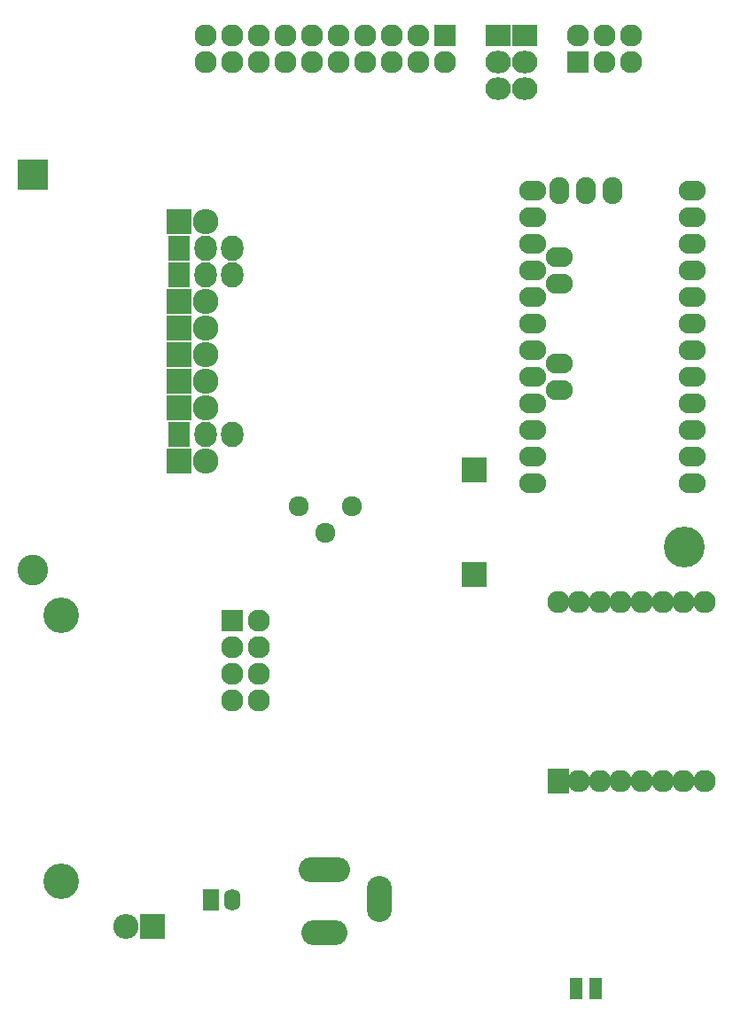
<source format=gbr>
G04 #@! TF.FileFunction,Soldermask,Bot*
%FSLAX46Y46*%
G04 Gerber Fmt 4.6, Leading zero omitted, Abs format (unit mm)*
G04 Created by KiCad (PCBNEW 0.201509101502+6177~30~ubuntu14.04.1-product) date Sat 12 Sep 2015 09:59:39 PM CEST*
%MOMM*%
G01*
G04 APERTURE LIST*
%ADD10C,0.100000*%
%ADD11C,3.900120*%
%ADD12O,2.398980X4.400500*%
%ADD13O,4.400500X2.398980*%
%ADD14O,4.900880X2.398980*%
%ADD15R,1.598880X2.099260*%
%ADD16O,1.598880X2.099260*%
%ADD17O,2.398980X2.398980*%
%ADD18R,2.398980X2.398980*%
%ADD19C,3.400000*%
%ADD20R,2.432000X2.432000*%
%ADD21O,2.432000X2.432000*%
%ADD22R,2.127200X2.432000*%
%ADD23O,2.127200X2.432000*%
%ADD24O,2.127200X2.127200*%
%ADD25R,2.127200X2.127200*%
%ADD26R,2.432000X2.127200*%
%ADD27O,2.432000X2.127200*%
%ADD28C,1.924000*%
%ADD29R,2.127200X2.400000*%
%ADD30C,2.127200*%
%ADD31O,2.599640X1.901140*%
%ADD32O,1.901140X2.599640*%
%ADD33R,1.149300X0.798780*%
%ADD34R,2.940000X2.940000*%
%ADD35C,2.940000*%
G04 APERTURE END LIST*
D10*
D11*
X72390000Y-51435000D03*
D12*
X43273980Y-85013800D03*
D13*
X37973000Y-88265000D03*
D14*
X37973000Y-82262980D03*
D15*
X27208480Y-85090000D03*
D16*
X29210000Y-85090000D03*
D17*
X19050000Y-87630000D03*
D18*
X21590000Y-87630000D03*
D19*
X12827000Y-57912000D03*
X12827000Y-83312000D03*
D18*
X52324000Y-44020740D03*
X52324000Y-54023260D03*
D20*
X24130000Y-43180000D03*
D21*
X26670000Y-43180000D03*
D22*
X24130000Y-40640000D03*
D23*
X26670000Y-40640000D03*
X29210000Y-40640000D03*
D20*
X24130000Y-38100000D03*
D21*
X26670000Y-38100000D03*
D20*
X24130000Y-35560000D03*
D21*
X26670000Y-35560000D03*
D20*
X24130000Y-33020000D03*
D21*
X26670000Y-33020000D03*
D20*
X24130000Y-30480000D03*
D21*
X26670000Y-30480000D03*
D20*
X24130000Y-27940000D03*
D21*
X26670000Y-27940000D03*
D22*
X24130000Y-25400000D03*
D23*
X26670000Y-25400000D03*
X29210000Y-25400000D03*
D22*
X24130000Y-22860000D03*
D23*
X26670000Y-22860000D03*
X29210000Y-22860000D03*
D20*
X24130000Y-20320000D03*
D21*
X26670000Y-20320000D03*
D24*
X26670000Y-5080000D03*
X26670000Y-2540000D03*
X29210000Y-5080000D03*
X29210000Y-2540000D03*
X31750000Y-5080000D03*
X31750000Y-2540000D03*
X34290000Y-5080000D03*
X34290000Y-2540000D03*
X36830000Y-5080000D03*
X36830000Y-2540000D03*
X39370000Y-5080000D03*
X39370000Y-2540000D03*
D25*
X49530000Y-2540000D03*
D24*
X49530000Y-5080000D03*
X46990000Y-2540000D03*
X46990000Y-5080000D03*
X44450000Y-2540000D03*
X44450000Y-5080000D03*
X41910000Y-2540000D03*
X41910000Y-5080000D03*
D25*
X62230000Y-5080000D03*
D24*
X62230000Y-2540000D03*
X64770000Y-5080000D03*
X64770000Y-2540000D03*
X67310000Y-5080000D03*
X67310000Y-2540000D03*
D26*
X54610000Y-2540000D03*
D27*
X54610000Y-5080000D03*
X54610000Y-7620000D03*
D26*
X57150000Y-2540000D03*
D27*
X57150000Y-5080000D03*
X57150000Y-7620000D03*
D28*
X38100000Y-50038000D03*
X35560000Y-47498000D03*
X40640000Y-47498000D03*
D29*
X60326000Y-73760000D03*
D30*
X62326000Y-73760000D03*
X64326000Y-73760000D03*
X66326000Y-73760000D03*
X68326000Y-73760000D03*
X70326000Y-73760000D03*
X72326000Y-73760000D03*
X74326000Y-73760000D03*
X74326000Y-56660000D03*
X72326000Y-56660000D03*
X70326000Y-56660000D03*
X68326000Y-56660000D03*
X66326000Y-56660000D03*
X64326000Y-56660000D03*
X62326000Y-56660000D03*
X60326000Y-56660000D03*
D24*
X29210000Y-66040000D03*
X31750000Y-66040000D03*
X29210000Y-63500000D03*
X31750000Y-63500000D03*
X29210000Y-60960000D03*
X31750000Y-60960000D03*
D25*
X29210000Y-58420000D03*
D24*
X31750000Y-58420000D03*
D31*
X60452000Y-26289000D03*
X60452000Y-23749000D03*
X73152000Y-45339000D03*
X73152000Y-42799000D03*
X73152000Y-40259000D03*
X73152000Y-37719000D03*
X73152000Y-35179000D03*
X73152000Y-32639000D03*
X73152000Y-30099000D03*
X73152000Y-27559000D03*
X73152000Y-25019000D03*
X73152000Y-22479000D03*
X73152000Y-19939000D03*
X73152000Y-17399000D03*
X57912000Y-17399000D03*
X57912000Y-19939000D03*
X57912000Y-22479000D03*
X57912000Y-25019000D03*
X57912000Y-27559000D03*
X57912000Y-30099000D03*
X57912000Y-32639000D03*
X57912000Y-35179000D03*
X57912000Y-37719000D03*
X57912000Y-40259000D03*
X57912000Y-42799000D03*
X57912000Y-45339000D03*
X60452000Y-33909000D03*
X60452000Y-36449000D03*
D32*
X60452000Y-17399000D03*
X62992000Y-17399000D03*
X65532000Y-17399000D03*
D33*
X62042040Y-94249240D03*
X62042040Y-93599000D03*
X62042040Y-92948760D03*
X63941960Y-92948760D03*
X63941960Y-93599000D03*
X63941960Y-94249240D03*
D34*
X10160000Y-15840000D03*
D35*
X10160000Y-53660000D03*
M02*

</source>
